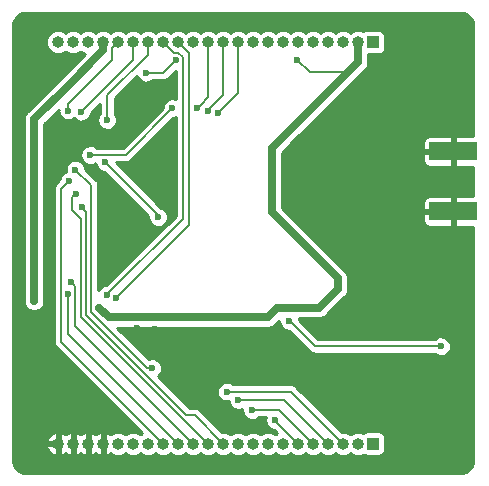
<source format=gbr>
G04 #@! TF.GenerationSoftware,KiCad,Pcbnew,5.99.0-unknown-df3fabf~86~ubuntu18.04.1*
G04 #@! TF.CreationDate,2019-10-31T14:00:15-04:00*
G04 #@! TF.ProjectId,bg96_module_board,62673936-5f6d-46f6-9475-6c655f626f61,rev?*
G04 #@! TF.SameCoordinates,Original*
G04 #@! TF.FileFunction,Copper,L2,Bot*
G04 #@! TF.FilePolarity,Positive*
%FSLAX46Y46*%
G04 Gerber Fmt 4.6, Leading zero omitted, Abs format (unit mm)*
G04 Created by KiCad (PCBNEW 5.99.0-unknown-df3fabf~86~ubuntu18.04.1) date 2019-10-31 14:00:15*
%MOMM*%
%LPD*%
G04 APERTURE LIST*
%ADD10O,1.000000X1.000000*%
%ADD11R,1.000000X1.000000*%
%ADD12R,4.064000X1.524000*%
%ADD13C,0.600000*%
%ADD14C,0.200000*%
%ADD15C,0.700000*%
%ADD16C,0.300000*%
%ADD17C,0.254000*%
G04 APERTURE END LIST*
D10*
X134330000Y-117000000D03*
X135600000Y-117000000D03*
X136870000Y-117000000D03*
X138140000Y-117000000D03*
X139410000Y-117000000D03*
X140680000Y-117000000D03*
X141950000Y-117000000D03*
X143220000Y-117000000D03*
X144490000Y-117000000D03*
X145760000Y-117000000D03*
X147030000Y-117000000D03*
X148300000Y-117000000D03*
X149570000Y-117000000D03*
X150840000Y-117000000D03*
X152110000Y-117000000D03*
X153380000Y-117000000D03*
X154650000Y-117000000D03*
X155920000Y-117000000D03*
X157190000Y-117000000D03*
X158460000Y-117000000D03*
X159730000Y-117000000D03*
D11*
X161000000Y-117000000D03*
D10*
X134330000Y-83000000D03*
X135600000Y-83000000D03*
X136870000Y-83000000D03*
X138140000Y-83000000D03*
X139410000Y-83000000D03*
X140680000Y-83000000D03*
X141950000Y-83000000D03*
X143220000Y-83000000D03*
X144490000Y-83000000D03*
X145760000Y-83000000D03*
X147030000Y-83000000D03*
X148300000Y-83000000D03*
X149570000Y-83000000D03*
X150840000Y-83000000D03*
X152110000Y-83000000D03*
X153380000Y-83000000D03*
X154650000Y-83000000D03*
X155920000Y-83000000D03*
X157190000Y-83000000D03*
X158460000Y-83000000D03*
X159730000Y-83000000D03*
D11*
X161000000Y-83000000D03*
D12*
X167800000Y-97340000D03*
X167800000Y-92260000D03*
D13*
X142800000Y-97800000D03*
X143500000Y-92800000D03*
X140500000Y-99000000D03*
X156000000Y-91500000D03*
X131000000Y-89000000D03*
X131000000Y-85500000D03*
X135000000Y-81000000D03*
X166500000Y-81000000D03*
X160000000Y-81000000D03*
X153500000Y-81000000D03*
X147000000Y-81000000D03*
X141000000Y-81000000D03*
X131500000Y-81500000D03*
X139000000Y-119000000D03*
X137500000Y-119000000D03*
X136000000Y-119000000D03*
X134500000Y-119000000D03*
X134000000Y-115500000D03*
X136000000Y-115500000D03*
X138500000Y-115500000D03*
X160000000Y-102500000D03*
X157500000Y-107500000D03*
X152500000Y-107500000D03*
X150000000Y-107500000D03*
X147500000Y-107500000D03*
X145000000Y-107500000D03*
X157500000Y-112500000D03*
X157500000Y-110000000D03*
X162500000Y-110000000D03*
X162500000Y-107500000D03*
X165000000Y-107500000D03*
X165000000Y-105000000D03*
X162500000Y-105000000D03*
X160000000Y-100000000D03*
X162500000Y-100000000D03*
X162500000Y-102500000D03*
X165000000Y-102500000D03*
X165000000Y-100000000D03*
X167500000Y-100000000D03*
X167500000Y-102500000D03*
X167500000Y-110000000D03*
X167500000Y-112500000D03*
X162500000Y-112500000D03*
X165000000Y-112500000D03*
X165000000Y-115000000D03*
X162500000Y-115000000D03*
X162500000Y-117500000D03*
X165000000Y-117500000D03*
X167500000Y-117500000D03*
X132500000Y-107500000D03*
X132500000Y-110000000D03*
X132500000Y-115000000D03*
X132500000Y-117500000D03*
X157500000Y-90000000D03*
X160000000Y-87500000D03*
X160000000Y-90000000D03*
X162500000Y-90000000D03*
X162500000Y-87500000D03*
X162500000Y-85000000D03*
X165000000Y-90000000D03*
X165000000Y-87500000D03*
X165000000Y-85000000D03*
X165000000Y-82500000D03*
X167500000Y-90000000D03*
X167500000Y-87500000D03*
X167500000Y-85000000D03*
X167500000Y-82500000D03*
X154500000Y-92600000D03*
X154500000Y-93700000D03*
X164900000Y-93300000D03*
X163400000Y-93300000D03*
X161900000Y-93300000D03*
X160400000Y-93300000D03*
X158900000Y-93300000D03*
X154500000Y-96900000D03*
X154500000Y-95800000D03*
X163100000Y-96300000D03*
X162000000Y-96200000D03*
X160900000Y-96300000D03*
X158700000Y-96300000D03*
X154500000Y-94700000D03*
X165300000Y-92300000D03*
X163800000Y-92300000D03*
X162300000Y-92300000D03*
X160800000Y-92300000D03*
X159300000Y-92300000D03*
X164900000Y-98100000D03*
X166200000Y-99000000D03*
X163700000Y-97700000D03*
X162200000Y-97300000D03*
X160700000Y-97300000D03*
X159100000Y-97700000D03*
X157800000Y-92300000D03*
X157700000Y-97300000D03*
X157500000Y-96300000D03*
X157400000Y-93300000D03*
X141000000Y-107200000D03*
X140400000Y-100800000D03*
X140400000Y-97500000D03*
X137900000Y-94200000D03*
X142500000Y-107300000D03*
X139600000Y-88050000D03*
X138500000Y-89600000D03*
X139200000Y-104700000D03*
X138464673Y-104384860D03*
X144275733Y-84524277D03*
X154600000Y-84500000D03*
X141800000Y-85600010D03*
X147900000Y-89000000D03*
X147000000Y-88800000D03*
X153900000Y-106600000D03*
X137800000Y-105500000D03*
X135400000Y-103300000D03*
X135200000Y-104300000D03*
X166750000Y-108750000D03*
X138300000Y-93150000D03*
X137050000Y-92550000D03*
X158012500Y-103912500D03*
X146100000Y-88600000D03*
X144000000Y-88600000D03*
X142300000Y-110600000D03*
X135800000Y-93800000D03*
X136349976Y-97000000D03*
X135850000Y-95850000D03*
X135250000Y-94750000D03*
X136300000Y-88900000D03*
X135200000Y-88800000D03*
X135323553Y-86523553D03*
X132300000Y-104900000D03*
X148600000Y-112591302D03*
X149600000Y-113300000D03*
X150750000Y-114150000D03*
X152700000Y-115000000D03*
D14*
X138300000Y-93150000D02*
X142800000Y-97650000D01*
X142800000Y-97650000D02*
X142800000Y-97800000D01*
X138500000Y-89175736D02*
X138500000Y-89600000D01*
X141950000Y-84050000D02*
X138500000Y-87500000D01*
X138500000Y-87500000D02*
X138500000Y-89175736D01*
X141950000Y-83000000D02*
X141950000Y-84050000D01*
X139499999Y-104400001D02*
X139200000Y-104700000D01*
X145400000Y-98500000D02*
X139499999Y-104400001D01*
X144490000Y-83000000D02*
X145400000Y-83910000D01*
X144120000Y-83900000D02*
X144500000Y-83900000D01*
X144900001Y-97949532D02*
X138764672Y-104084861D01*
X138764672Y-104084861D02*
X138464673Y-104384860D01*
X144900001Y-84300001D02*
X144900001Y-97949532D01*
X143220000Y-83000000D02*
X144120000Y-83900000D01*
X145400000Y-83910000D02*
X145400000Y-98500000D01*
X144500000Y-83900000D02*
X144900001Y-84300001D01*
X141800000Y-85600010D02*
X143200000Y-85600010D01*
X143200000Y-85600010D02*
X144275733Y-84524277D01*
D15*
X158850000Y-85550000D02*
X159730000Y-84670000D01*
X152400000Y-92000000D02*
X158850000Y-85550000D01*
D14*
X154600000Y-84500000D02*
X155650000Y-85550000D01*
X155650000Y-85550000D02*
X158850000Y-85550000D01*
X143220000Y-83000000D02*
X143220000Y-83020000D01*
X148199999Y-88700001D02*
X147900000Y-89000000D01*
X149570000Y-83000000D02*
X149570000Y-87330000D01*
X149570000Y-87330000D02*
X148199999Y-88700001D01*
X148300000Y-87500000D02*
X147299999Y-88500001D01*
X148300000Y-83000000D02*
X148300000Y-87500000D01*
X147299999Y-88500001D02*
X147000000Y-88800000D01*
D15*
X138600000Y-106300000D02*
X152100000Y-106300000D01*
X137800000Y-105500000D02*
X138600000Y-106300000D01*
X152100000Y-106300000D02*
X152900000Y-105500000D01*
X152900000Y-105500000D02*
X156425000Y-105500000D01*
X156425000Y-105500000D02*
X158012500Y-103912500D01*
D14*
X166750000Y-108750000D02*
X156050000Y-108750000D01*
X154199999Y-106899999D02*
X153900000Y-106600000D01*
X156050000Y-108750000D02*
X154199999Y-106899999D01*
X147030000Y-117000000D02*
X136299978Y-106269978D01*
X145900000Y-114600000D02*
X145200000Y-114600000D01*
X135800000Y-93800000D02*
X137100000Y-95100000D01*
X136299978Y-106269978D02*
X136299978Y-97938006D01*
X136649975Y-97299999D02*
X136349976Y-97000000D01*
X136299978Y-97938006D02*
X135550001Y-97188029D01*
X135550001Y-97188029D02*
X135550001Y-96149999D01*
X135550001Y-96149999D02*
X135850000Y-95850000D01*
X136699989Y-97350013D02*
X136649975Y-97299999D01*
X136699989Y-106099989D02*
X136699989Y-97350013D01*
X145200000Y-114600000D02*
X136699989Y-106099989D01*
X137100000Y-95100000D02*
X137100000Y-105824264D01*
X137100000Y-105824264D02*
X141875736Y-110600000D01*
X148300000Y-117000000D02*
X145900000Y-114600000D01*
X141875736Y-110600000D02*
X142300000Y-110600000D01*
X145760000Y-117000000D02*
X135800000Y-107040000D01*
X135699999Y-103599999D02*
X135400000Y-103300000D01*
X135800000Y-107040000D02*
X135800000Y-103700000D01*
X135800000Y-103700000D02*
X135699999Y-103599999D01*
X144490000Y-117000000D02*
X135200000Y-107710000D01*
X135200000Y-107710000D02*
X135200000Y-104724264D01*
X135200000Y-104724264D02*
X135200000Y-104300000D01*
X134600000Y-95400000D02*
X134600000Y-108380000D01*
X135250000Y-94750000D02*
X134600000Y-95400000D01*
X134600000Y-108380000D02*
X142720001Y-116500001D01*
X142720001Y-116500001D02*
X143220000Y-117000000D01*
X140050000Y-92550000D02*
X137050000Y-92550000D01*
X144000000Y-88600000D02*
X140050000Y-92550000D01*
D15*
X158012500Y-103012500D02*
X152400000Y-97400000D01*
X158012500Y-103912500D02*
X158012500Y-103012500D01*
X152400000Y-97400000D02*
X152400000Y-92000000D01*
X159730000Y-84670000D02*
X159730000Y-83000000D01*
D14*
X147030000Y-83000000D02*
X147030000Y-87670000D01*
X146399999Y-88300001D02*
X146100000Y-88600000D01*
X147030000Y-87670000D02*
X146399999Y-88300001D01*
X140680000Y-84520000D02*
X136300000Y-88900000D01*
X140680000Y-83000000D02*
X140680000Y-84520000D01*
X135200000Y-88200000D02*
X135200000Y-88800000D01*
X138910001Y-84489999D02*
X135200000Y-88200000D01*
X139410000Y-83000000D02*
X138910001Y-83499999D01*
X138910001Y-83499999D02*
X138910001Y-84489999D01*
D15*
X132300000Y-89547106D02*
X135073553Y-86773553D01*
X135073553Y-86773553D02*
X138140000Y-83707106D01*
D16*
X135073553Y-86773553D02*
X135323553Y-86523553D01*
D15*
X132300000Y-104900000D02*
X132300000Y-89547106D01*
X138140000Y-83707106D02*
X138140000Y-83000000D01*
D14*
X148600000Y-112591302D02*
X154051302Y-112591302D01*
X154051302Y-112591302D02*
X158460000Y-117000000D01*
X149600000Y-113300000D02*
X153490000Y-113300000D01*
X153490000Y-113300000D02*
X157190000Y-117000000D01*
X155920000Y-117000000D02*
X153070000Y-114150000D01*
X153070000Y-114150000D02*
X151174264Y-114150000D01*
X151174264Y-114150000D02*
X150750000Y-114150000D01*
X154650000Y-117000000D02*
X152700000Y-115050000D01*
X152700000Y-115050000D02*
X152700000Y-115000000D01*
G36*
X168446608Y-80528388D02*
G01*
X168657969Y-80545765D01*
X168811703Y-80584380D01*
X168957064Y-80647585D01*
X168991989Y-80670179D01*
X169329111Y-81007301D01*
X169382222Y-81103511D01*
X169435134Y-81252930D01*
X169464565Y-81418151D01*
X169470071Y-81534917D01*
X169474001Y-81553894D01*
X169474001Y-90964164D01*
X167928000Y-90964164D01*
X167928000Y-93555836D01*
X169474001Y-93555836D01*
X169474001Y-96044164D01*
X167928000Y-96044164D01*
X167928000Y-98635836D01*
X169474001Y-98635836D01*
X169474000Y-118436812D01*
X169471612Y-118446607D01*
X169454235Y-118657969D01*
X169415619Y-118811708D01*
X169352417Y-118957061D01*
X169329821Y-118991989D01*
X168992700Y-119329110D01*
X168896490Y-119382221D01*
X168747068Y-119435134D01*
X168581847Y-119464565D01*
X168465083Y-119470071D01*
X168446110Y-119474000D01*
X131563188Y-119474000D01*
X131553393Y-119471612D01*
X131342031Y-119454235D01*
X131188292Y-119415619D01*
X131042939Y-119352417D01*
X131008011Y-119329821D01*
X130670890Y-118992700D01*
X130617779Y-118896490D01*
X130564866Y-118747068D01*
X130535435Y-118581847D01*
X130529929Y-118465083D01*
X130526000Y-118446110D01*
X130526000Y-117128000D01*
X133308283Y-117128000D01*
X133348842Y-117318799D01*
X133436564Y-117515825D01*
X133563334Y-117690309D01*
X133723611Y-117834624D01*
X133910390Y-117942460D01*
X134202000Y-118037211D01*
X134202000Y-117128000D01*
X133308283Y-117128000D01*
X130526000Y-117128000D01*
X130526000Y-116872000D01*
X133308283Y-116872000D01*
X134202000Y-116872000D01*
X134202000Y-115962789D01*
X134458000Y-115962789D01*
X134458000Y-118037211D01*
X134749610Y-117942460D01*
X134936389Y-117834624D01*
X134965000Y-117808862D01*
X134993611Y-117834624D01*
X135180390Y-117942460D01*
X135472000Y-118037211D01*
X135472000Y-115962789D01*
X135728000Y-115962789D01*
X135728000Y-118037211D01*
X136019610Y-117942460D01*
X136206389Y-117834624D01*
X136235000Y-117808862D01*
X136263611Y-117834624D01*
X136450390Y-117942460D01*
X136742000Y-118037211D01*
X136742000Y-115962789D01*
X136998000Y-115962789D01*
X136998000Y-118037211D01*
X137289610Y-117942460D01*
X137476389Y-117834624D01*
X137505000Y-117808862D01*
X137533611Y-117834624D01*
X137720390Y-117942460D01*
X138012000Y-118037211D01*
X138012000Y-115962789D01*
X137720390Y-116057540D01*
X137533611Y-116165376D01*
X137505000Y-116191138D01*
X137476389Y-116165376D01*
X137289610Y-116057540D01*
X136998000Y-115962789D01*
X136742000Y-115962789D01*
X136450390Y-116057540D01*
X136263611Y-116165376D01*
X136235000Y-116191138D01*
X136206389Y-116165376D01*
X136019610Y-116057540D01*
X135728000Y-115962789D01*
X135472000Y-115962789D01*
X135180390Y-116057540D01*
X134993611Y-116165376D01*
X134965000Y-116191138D01*
X134936389Y-116165376D01*
X134749610Y-116057540D01*
X134458000Y-115962789D01*
X134202000Y-115962789D01*
X133910390Y-116057540D01*
X133723611Y-116165376D01*
X133563334Y-116309691D01*
X133436564Y-116484174D01*
X133348842Y-116681201D01*
X133308283Y-116872000D01*
X130526000Y-116872000D01*
X130526000Y-89607300D01*
X131417052Y-89607300D01*
X131424001Y-89639853D01*
X131424000Y-104962827D01*
X131450575Y-105148389D01*
X131554432Y-105376810D01*
X131718224Y-105566902D01*
X131928786Y-105703381D01*
X132169189Y-105775276D01*
X132420107Y-105776810D01*
X132661371Y-105707856D01*
X132873583Y-105573960D01*
X133039687Y-105385884D01*
X133146495Y-105158393D01*
X133176000Y-104960966D01*
X133176000Y-89909955D01*
X134378249Y-88707706D01*
X134364710Y-88792710D01*
X134399492Y-89038642D01*
X134505051Y-89263474D01*
X134672052Y-89447328D01*
X134885732Y-89573950D01*
X135127197Y-89632143D01*
X135375099Y-89616764D01*
X135607520Y-89529171D01*
X135694433Y-89461876D01*
X135772052Y-89547328D01*
X135985732Y-89673950D01*
X136227197Y-89732143D01*
X136475099Y-89716764D01*
X136707520Y-89629171D01*
X136903911Y-89477109D01*
X137046907Y-89274022D01*
X137124023Y-89037386D01*
X137124693Y-88960603D01*
X137874000Y-88211296D01*
X137874001Y-89059882D01*
X137813244Y-89124469D01*
X137703779Y-89347424D01*
X137664710Y-89592710D01*
X137699492Y-89838642D01*
X137805051Y-90063474D01*
X137972052Y-90247328D01*
X138185732Y-90373950D01*
X138427197Y-90432143D01*
X138675099Y-90416764D01*
X138907520Y-90329171D01*
X139103911Y-90177109D01*
X139246907Y-89974022D01*
X139324022Y-89737386D01*
X139326295Y-89477016D01*
X139253321Y-89239069D01*
X139126000Y-89051372D01*
X139126000Y-87759296D01*
X141014557Y-85870739D01*
X141105051Y-86063484D01*
X141272052Y-86247338D01*
X141485732Y-86373960D01*
X141727197Y-86432153D01*
X141975099Y-86416774D01*
X142207520Y-86329181D01*
X142340768Y-86226010D01*
X143172682Y-86226010D01*
X143255401Y-86233248D01*
X143335620Y-86211754D01*
X143417407Y-86197332D01*
X143441628Y-86183348D01*
X143468640Y-86176110D01*
X143536660Y-86128481D01*
X143608592Y-86086952D01*
X143661980Y-86023327D01*
X144274001Y-85411307D01*
X144274001Y-87820027D01*
X144189327Y-87786417D01*
X143941731Y-87766712D01*
X143699287Y-87820684D01*
X143483430Y-87943556D01*
X143313245Y-88124469D01*
X143203779Y-88347424D01*
X143172802Y-88541902D01*
X139790704Y-91924000D01*
X137589731Y-91924000D01*
X137470184Y-91828053D01*
X137239327Y-91736417D01*
X136991731Y-91716712D01*
X136749287Y-91770684D01*
X136533430Y-91893556D01*
X136363245Y-92074469D01*
X136253779Y-92297424D01*
X136214710Y-92542710D01*
X136249492Y-92788642D01*
X136355051Y-93013474D01*
X136522052Y-93197328D01*
X136735732Y-93323950D01*
X136977197Y-93382143D01*
X137225099Y-93366764D01*
X137457520Y-93279171D01*
X137481395Y-93260685D01*
X137499492Y-93388642D01*
X137605051Y-93613474D01*
X137772052Y-93797328D01*
X137985732Y-93923950D01*
X138227196Y-93982143D01*
X138245699Y-93980995D01*
X141977447Y-97712744D01*
X141964710Y-97792710D01*
X141999492Y-98038642D01*
X142105051Y-98263474D01*
X142272052Y-98447328D01*
X142485732Y-98573950D01*
X142727197Y-98632143D01*
X142975099Y-98616764D01*
X143207520Y-98529171D01*
X143403911Y-98377109D01*
X143546907Y-98174022D01*
X143624022Y-97937386D01*
X143626295Y-97677016D01*
X143553321Y-97439069D01*
X143413890Y-97233519D01*
X143220184Y-97078053D01*
X143043031Y-97007734D01*
X139211296Y-93176000D01*
X140022682Y-93176000D01*
X140105401Y-93183238D01*
X140185620Y-93161744D01*
X140267407Y-93147322D01*
X140291628Y-93133338D01*
X140318640Y-93126100D01*
X140386660Y-93078471D01*
X140458592Y-93036942D01*
X140511985Y-92973311D01*
X144061484Y-89423812D01*
X144175099Y-89416764D01*
X144274001Y-89379491D01*
X144274002Y-97690234D01*
X138412203Y-103552034D01*
X138406404Y-103551572D01*
X138163960Y-103605544D01*
X137948103Y-103728416D01*
X137777918Y-103909329D01*
X137726000Y-104015073D01*
X137726000Y-95127318D01*
X137733238Y-95044600D01*
X137711744Y-94964380D01*
X137697322Y-94882592D01*
X137683338Y-94858372D01*
X137676101Y-94831360D01*
X137628468Y-94763333D01*
X137586941Y-94691407D01*
X137523313Y-94638017D01*
X136625741Y-93740445D01*
X136626295Y-93677016D01*
X136553321Y-93439069D01*
X136413890Y-93233519D01*
X136220184Y-93078053D01*
X135989327Y-92986417D01*
X135741731Y-92966712D01*
X135499287Y-93020684D01*
X135283430Y-93143556D01*
X135113245Y-93324469D01*
X135003779Y-93547424D01*
X134964710Y-93792710D01*
X134988642Y-93961923D01*
X134949286Y-93970684D01*
X134733430Y-94093556D01*
X134563245Y-94274469D01*
X134453779Y-94497424D01*
X134422802Y-94691902D01*
X134176688Y-94938016D01*
X134113058Y-94991407D01*
X134071529Y-95063338D01*
X134023899Y-95131361D01*
X134016662Y-95158373D01*
X134002678Y-95182593D01*
X133988256Y-95264384D01*
X133966762Y-95344599D01*
X133974000Y-95427333D01*
X133974001Y-108352670D01*
X133966762Y-108435401D01*
X133988259Y-108515631D01*
X134002679Y-108597407D01*
X134016661Y-108621625D01*
X134023900Y-108648640D01*
X134071533Y-108716666D01*
X134113059Y-108788593D01*
X134176685Y-108841981D01*
X141442809Y-116108105D01*
X141343611Y-116165376D01*
X141315000Y-116191138D01*
X141286389Y-116165376D01*
X141099610Y-116057540D01*
X140894492Y-115990893D01*
X140733767Y-115974000D01*
X140626233Y-115974000D01*
X140465508Y-115990893D01*
X140260390Y-116057540D01*
X140073611Y-116165376D01*
X140045000Y-116191138D01*
X140016389Y-116165376D01*
X139829610Y-116057540D01*
X139624492Y-115990893D01*
X139463767Y-115974000D01*
X139356233Y-115974000D01*
X139195508Y-115990893D01*
X138990390Y-116057540D01*
X138803611Y-116165376D01*
X138775000Y-116191138D01*
X138746389Y-116165376D01*
X138559610Y-116057540D01*
X138268000Y-115962789D01*
X138268000Y-118037211D01*
X138559610Y-117942460D01*
X138746389Y-117834624D01*
X138775000Y-117808862D01*
X138803611Y-117834624D01*
X138990390Y-117942460D01*
X139195508Y-118009107D01*
X139356233Y-118026000D01*
X139463767Y-118026000D01*
X139624492Y-118009107D01*
X139829610Y-117942460D01*
X140016389Y-117834624D01*
X140045000Y-117808862D01*
X140073611Y-117834624D01*
X140260390Y-117942460D01*
X140465508Y-118009107D01*
X140626233Y-118026000D01*
X140733767Y-118026000D01*
X140894492Y-118009107D01*
X141099610Y-117942460D01*
X141286389Y-117834624D01*
X141315000Y-117808862D01*
X141343611Y-117834624D01*
X141530390Y-117942460D01*
X141735508Y-118009107D01*
X141896233Y-118026000D01*
X142003767Y-118026000D01*
X142164492Y-118009107D01*
X142369610Y-117942460D01*
X142556389Y-117834624D01*
X142585000Y-117808862D01*
X142613611Y-117834624D01*
X142800390Y-117942460D01*
X143005508Y-118009107D01*
X143166233Y-118026000D01*
X143273767Y-118026000D01*
X143434492Y-118009107D01*
X143639610Y-117942460D01*
X143826389Y-117834624D01*
X143855000Y-117808862D01*
X143883611Y-117834624D01*
X144070390Y-117942460D01*
X144275508Y-118009107D01*
X144436233Y-118026000D01*
X144543767Y-118026000D01*
X144704492Y-118009107D01*
X144909610Y-117942460D01*
X145096389Y-117834624D01*
X145125000Y-117808862D01*
X145153611Y-117834624D01*
X145340390Y-117942460D01*
X145545508Y-118009107D01*
X145706233Y-118026000D01*
X145813767Y-118026000D01*
X145974492Y-118009107D01*
X146179610Y-117942460D01*
X146366389Y-117834624D01*
X146395000Y-117808862D01*
X146423611Y-117834624D01*
X146610390Y-117942460D01*
X146815508Y-118009107D01*
X146976233Y-118026000D01*
X147083767Y-118026000D01*
X147244492Y-118009107D01*
X147449610Y-117942460D01*
X147636389Y-117834624D01*
X147665000Y-117808862D01*
X147693611Y-117834624D01*
X147880390Y-117942460D01*
X148085508Y-118009107D01*
X148246233Y-118026000D01*
X148353767Y-118026000D01*
X148514492Y-118009107D01*
X148719610Y-117942460D01*
X148906389Y-117834624D01*
X148935000Y-117808862D01*
X148963611Y-117834624D01*
X149150390Y-117942460D01*
X149355508Y-118009107D01*
X149516233Y-118026000D01*
X149623767Y-118026000D01*
X149784492Y-118009107D01*
X149989610Y-117942460D01*
X150176389Y-117834624D01*
X150205000Y-117808862D01*
X150233611Y-117834624D01*
X150420390Y-117942460D01*
X150625508Y-118009107D01*
X150786233Y-118026000D01*
X150893767Y-118026000D01*
X151054492Y-118009107D01*
X151259610Y-117942460D01*
X151446389Y-117834624D01*
X151475000Y-117808862D01*
X151503611Y-117834624D01*
X151690390Y-117942460D01*
X151895508Y-118009107D01*
X152056233Y-118026000D01*
X152163767Y-118026000D01*
X152324492Y-118009107D01*
X152529610Y-117942460D01*
X152716389Y-117834624D01*
X152745000Y-117808862D01*
X152773611Y-117834624D01*
X152960390Y-117942460D01*
X153165508Y-118009107D01*
X153326233Y-118026000D01*
X153433767Y-118026000D01*
X153594492Y-118009107D01*
X153799610Y-117942460D01*
X153986389Y-117834624D01*
X154015000Y-117808862D01*
X154043611Y-117834624D01*
X154230390Y-117942460D01*
X154435508Y-118009107D01*
X154596233Y-118026000D01*
X154703767Y-118026000D01*
X154864492Y-118009107D01*
X155069610Y-117942460D01*
X155256389Y-117834624D01*
X155285000Y-117808862D01*
X155313611Y-117834624D01*
X155500390Y-117942460D01*
X155705508Y-118009107D01*
X155866233Y-118026000D01*
X155973767Y-118026000D01*
X156134492Y-118009107D01*
X156339610Y-117942460D01*
X156526389Y-117834624D01*
X156555000Y-117808862D01*
X156583611Y-117834624D01*
X156770390Y-117942460D01*
X156975508Y-118009107D01*
X157136233Y-118026000D01*
X157243767Y-118026000D01*
X157404492Y-118009107D01*
X157609610Y-117942460D01*
X157796389Y-117834624D01*
X157825000Y-117808862D01*
X157853611Y-117834624D01*
X158040390Y-117942460D01*
X158245508Y-118009107D01*
X158406233Y-118026000D01*
X158513767Y-118026000D01*
X158674492Y-118009107D01*
X158879610Y-117942460D01*
X159066389Y-117834624D01*
X159095000Y-117808862D01*
X159123611Y-117834624D01*
X159310390Y-117942460D01*
X159515508Y-118009107D01*
X159676233Y-118026000D01*
X159783767Y-118026000D01*
X159944492Y-118009107D01*
X160149610Y-117942460D01*
X160184911Y-117922079D01*
X160294765Y-117995480D01*
X160487590Y-118033836D01*
X161512410Y-118033836D01*
X161705235Y-117995480D01*
X161879225Y-117879225D01*
X161995480Y-117705235D01*
X162033836Y-117512410D01*
X162033836Y-116487590D01*
X161995480Y-116294765D01*
X161879225Y-116120775D01*
X161705235Y-116004520D01*
X161512410Y-115966164D01*
X160487590Y-115966164D01*
X160294765Y-116004520D01*
X160184911Y-116077921D01*
X160149610Y-116057540D01*
X159944492Y-115990893D01*
X159783767Y-115974000D01*
X159676233Y-115974000D01*
X159515508Y-115990893D01*
X159310390Y-116057540D01*
X159123611Y-116165376D01*
X159095000Y-116191138D01*
X159066389Y-116165376D01*
X158879610Y-116057540D01*
X158674492Y-115990893D01*
X158513767Y-115974000D01*
X158406233Y-115974000D01*
X158327565Y-115982268D01*
X154513286Y-112167990D01*
X154459895Y-112104360D01*
X154387962Y-112062830D01*
X154319942Y-112015202D01*
X154292930Y-112007964D01*
X154268709Y-111993980D01*
X154186922Y-111979558D01*
X154106703Y-111958064D01*
X154023969Y-111965302D01*
X149139731Y-111965302D01*
X149020184Y-111869355D01*
X148789327Y-111777719D01*
X148541731Y-111758014D01*
X148299287Y-111811986D01*
X148083430Y-111934858D01*
X147913245Y-112115771D01*
X147803779Y-112338726D01*
X147764710Y-112584012D01*
X147799492Y-112829944D01*
X147905051Y-113054776D01*
X148072052Y-113238630D01*
X148285732Y-113365252D01*
X148527197Y-113423445D01*
X148775099Y-113408066D01*
X148780725Y-113405946D01*
X148799492Y-113538642D01*
X148905051Y-113763474D01*
X149072052Y-113947328D01*
X149285732Y-114073950D01*
X149527197Y-114132143D01*
X149775099Y-114116764D01*
X149928022Y-114059131D01*
X149914710Y-114142710D01*
X149949492Y-114388642D01*
X150055051Y-114613474D01*
X150222052Y-114797328D01*
X150435732Y-114923950D01*
X150677197Y-114982143D01*
X150925099Y-114966764D01*
X151157520Y-114879171D01*
X151290768Y-114776000D01*
X151899227Y-114776000D01*
X151864710Y-114992710D01*
X151899492Y-115238642D01*
X152005051Y-115463474D01*
X152172052Y-115647328D01*
X152385732Y-115773950D01*
X152587209Y-115822506D01*
X152872808Y-116108105D01*
X152773611Y-116165376D01*
X152745000Y-116191138D01*
X152716389Y-116165376D01*
X152529610Y-116057540D01*
X152324492Y-115990893D01*
X152163767Y-115974000D01*
X152056233Y-115974000D01*
X151895508Y-115990893D01*
X151690390Y-116057540D01*
X151503611Y-116165376D01*
X151475000Y-116191138D01*
X151446389Y-116165376D01*
X151259610Y-116057540D01*
X151054492Y-115990893D01*
X150893767Y-115974000D01*
X150786233Y-115974000D01*
X150625508Y-115990893D01*
X150420390Y-116057540D01*
X150233611Y-116165376D01*
X150205000Y-116191138D01*
X150176389Y-116165376D01*
X149989610Y-116057540D01*
X149784492Y-115990893D01*
X149623767Y-115974000D01*
X149516233Y-115974000D01*
X149355508Y-115990893D01*
X149150390Y-116057540D01*
X148963611Y-116165376D01*
X148935000Y-116191138D01*
X148906389Y-116165376D01*
X148719610Y-116057540D01*
X148514492Y-115990893D01*
X148353767Y-115974000D01*
X148246233Y-115974000D01*
X148167564Y-115982268D01*
X146361984Y-114176688D01*
X146308593Y-114113058D01*
X146236660Y-114071528D01*
X146168640Y-114023900D01*
X146141628Y-114016662D01*
X146117407Y-114002678D01*
X146035620Y-113988256D01*
X145955401Y-113966762D01*
X145872667Y-113974000D01*
X145459297Y-113974000D01*
X142767797Y-111282500D01*
X142903911Y-111177109D01*
X143046907Y-110974022D01*
X143124022Y-110737386D01*
X143126295Y-110477016D01*
X143053321Y-110239069D01*
X142913890Y-110033519D01*
X142720184Y-109878053D01*
X142489327Y-109786417D01*
X142241731Y-109766712D01*
X141999286Y-109820684D01*
X141988089Y-109827057D01*
X139337032Y-107176000D01*
X152001860Y-107176000D01*
X152029024Y-107182147D01*
X152128094Y-107176000D01*
X152162829Y-107176000D01*
X152189377Y-107172198D01*
X152279466Y-107166609D01*
X152313043Y-107154487D01*
X152348389Y-107149425D01*
X152430574Y-107112059D01*
X152515851Y-107081273D01*
X152543851Y-107060554D01*
X152576811Y-107045568D01*
X152654087Y-106978982D01*
X152676315Y-106962535D01*
X152695863Y-106942986D01*
X152766902Y-106881775D01*
X152785005Y-106853845D01*
X153068228Y-106570622D01*
X153064710Y-106592710D01*
X153099492Y-106838642D01*
X153205051Y-107063474D01*
X153372052Y-107247328D01*
X153585732Y-107373950D01*
X153827196Y-107432143D01*
X153845699Y-107430995D01*
X155588021Y-109173318D01*
X155641407Y-109236942D01*
X155713333Y-109278468D01*
X155781360Y-109326101D01*
X155808372Y-109333338D01*
X155832592Y-109347322D01*
X155914380Y-109361744D01*
X155994599Y-109383238D01*
X156077333Y-109376000D01*
X166202679Y-109376000D01*
X166222052Y-109397328D01*
X166435732Y-109523950D01*
X166677197Y-109582143D01*
X166925099Y-109566764D01*
X167157520Y-109479171D01*
X167353911Y-109327109D01*
X167496907Y-109124022D01*
X167574022Y-108887386D01*
X167576295Y-108627016D01*
X167503321Y-108389069D01*
X167363890Y-108183519D01*
X167170184Y-108028053D01*
X166939327Y-107936417D01*
X166691731Y-107916712D01*
X166449287Y-107970684D01*
X166233430Y-108093556D01*
X166204791Y-108124000D01*
X156309297Y-108124000D01*
X154725741Y-106540445D01*
X154726295Y-106477016D01*
X154695315Y-106376000D01*
X156326860Y-106376000D01*
X156354024Y-106382147D01*
X156453094Y-106376000D01*
X156487829Y-106376000D01*
X156514377Y-106372198D01*
X156604466Y-106366609D01*
X156638043Y-106354487D01*
X156673389Y-106349425D01*
X156755574Y-106312059D01*
X156840851Y-106281273D01*
X156868851Y-106260554D01*
X156901811Y-106245568D01*
X156979087Y-106178982D01*
X157001315Y-106162535D01*
X157020863Y-106142986D01*
X157091902Y-106081775D01*
X157110007Y-106053842D01*
X158562528Y-104601322D01*
X158586083Y-104586460D01*
X158651799Y-104512051D01*
X158676352Y-104487499D01*
X158692432Y-104466042D01*
X158752187Y-104398384D01*
X158767360Y-104366067D01*
X158788772Y-104337497D01*
X158820455Y-104252979D01*
X158858995Y-104170893D01*
X158864143Y-104136442D01*
X158876852Y-104102541D01*
X158884410Y-104000831D01*
X158888500Y-103973465D01*
X158888500Y-103945808D01*
X158895448Y-103852307D01*
X158888500Y-103819758D01*
X158888500Y-103110640D01*
X158894647Y-103083476D01*
X158888500Y-102984406D01*
X158888500Y-102949674D01*
X158884699Y-102923124D01*
X158879109Y-102833033D01*
X158866987Y-102799454D01*
X158861925Y-102764110D01*
X158824561Y-102681931D01*
X158793773Y-102596650D01*
X158773054Y-102568650D01*
X158758068Y-102535689D01*
X158691489Y-102458419D01*
X158675035Y-102436184D01*
X158655480Y-102416630D01*
X158594275Y-102345598D01*
X158566345Y-102327495D01*
X153706850Y-97468000D01*
X165234164Y-97468000D01*
X165234164Y-98114410D01*
X165272520Y-98307235D01*
X165388775Y-98481225D01*
X165562765Y-98597480D01*
X165755590Y-98635836D01*
X167672000Y-98635836D01*
X167672000Y-97468000D01*
X165234164Y-97468000D01*
X153706850Y-97468000D01*
X153276000Y-97037151D01*
X153276000Y-96565590D01*
X165234164Y-96565590D01*
X165234164Y-97212000D01*
X167672000Y-97212000D01*
X167672000Y-96044164D01*
X165755590Y-96044164D01*
X165562765Y-96082520D01*
X165388775Y-96198775D01*
X165272520Y-96372765D01*
X165234164Y-96565590D01*
X153276000Y-96565590D01*
X153276000Y-92388000D01*
X165234164Y-92388000D01*
X165234164Y-93034410D01*
X165272520Y-93227235D01*
X165388775Y-93401225D01*
X165562765Y-93517480D01*
X165755590Y-93555836D01*
X167672000Y-93555836D01*
X167672000Y-92388000D01*
X165234164Y-92388000D01*
X153276000Y-92388000D01*
X153276000Y-92362849D01*
X154153259Y-91485590D01*
X165234164Y-91485590D01*
X165234164Y-92132000D01*
X167672000Y-92132000D01*
X167672000Y-90964164D01*
X165755590Y-90964164D01*
X165562765Y-91002520D01*
X165388775Y-91118775D01*
X165272520Y-91292765D01*
X165234164Y-91485590D01*
X154153259Y-91485590D01*
X159513835Y-86125017D01*
X159513841Y-86125009D01*
X160280030Y-85358821D01*
X160303583Y-85343960D01*
X160369300Y-85269550D01*
X160393852Y-85244999D01*
X160409932Y-85223542D01*
X160469687Y-85155884D01*
X160484860Y-85123567D01*
X160506272Y-85094997D01*
X160537955Y-85010479D01*
X160576495Y-84928393D01*
X160581643Y-84893942D01*
X160594352Y-84860041D01*
X160601910Y-84758331D01*
X160606000Y-84730965D01*
X160606000Y-84703308D01*
X160612948Y-84609807D01*
X160606000Y-84577258D01*
X160606000Y-84033836D01*
X161512410Y-84033836D01*
X161705235Y-83995480D01*
X161879225Y-83879225D01*
X161995480Y-83705235D01*
X162033836Y-83512410D01*
X162033836Y-82487590D01*
X161995480Y-82294765D01*
X161879225Y-82120775D01*
X161705235Y-82004520D01*
X161512410Y-81966164D01*
X160487590Y-81966164D01*
X160294765Y-82004520D01*
X160184911Y-82077921D01*
X160149610Y-82057540D01*
X159944492Y-81990893D01*
X159783767Y-81974000D01*
X159676233Y-81974000D01*
X159515508Y-81990893D01*
X159310390Y-82057540D01*
X159123611Y-82165376D01*
X159095000Y-82191138D01*
X159066389Y-82165376D01*
X158879610Y-82057540D01*
X158674492Y-81990893D01*
X158513767Y-81974000D01*
X158406233Y-81974000D01*
X158245508Y-81990893D01*
X158040390Y-82057540D01*
X157853611Y-82165376D01*
X157825000Y-82191138D01*
X157796389Y-82165376D01*
X157609610Y-82057540D01*
X157404492Y-81990893D01*
X157243767Y-81974000D01*
X157136233Y-81974000D01*
X156975508Y-81990893D01*
X156770390Y-82057540D01*
X156583611Y-82165376D01*
X156555000Y-82191138D01*
X156526389Y-82165376D01*
X156339610Y-82057540D01*
X156134492Y-81990893D01*
X155973767Y-81974000D01*
X155866233Y-81974000D01*
X155705508Y-81990893D01*
X155500390Y-82057540D01*
X155313611Y-82165376D01*
X155285000Y-82191138D01*
X155256389Y-82165376D01*
X155069610Y-82057540D01*
X154864492Y-81990893D01*
X154703767Y-81974000D01*
X154596233Y-81974000D01*
X154435508Y-81990893D01*
X154230390Y-82057540D01*
X154043611Y-82165376D01*
X154015000Y-82191138D01*
X153986389Y-82165376D01*
X153799610Y-82057540D01*
X153594492Y-81990893D01*
X153433767Y-81974000D01*
X153326233Y-81974000D01*
X153165508Y-81990893D01*
X152960390Y-82057540D01*
X152773611Y-82165376D01*
X152745000Y-82191138D01*
X152716389Y-82165376D01*
X152529610Y-82057540D01*
X152324492Y-81990893D01*
X152163767Y-81974000D01*
X152056233Y-81974000D01*
X151895508Y-81990893D01*
X151690390Y-82057540D01*
X151503611Y-82165376D01*
X151475000Y-82191138D01*
X151446389Y-82165376D01*
X151259610Y-82057540D01*
X151054492Y-81990893D01*
X150893767Y-81974000D01*
X150786233Y-81974000D01*
X150625508Y-81990893D01*
X150420390Y-82057540D01*
X150233611Y-82165376D01*
X150205000Y-82191138D01*
X150176389Y-82165376D01*
X149989610Y-82057540D01*
X149784492Y-81990893D01*
X149623767Y-81974000D01*
X149516233Y-81974000D01*
X149355508Y-81990893D01*
X149150390Y-82057540D01*
X148963611Y-82165376D01*
X148935000Y-82191138D01*
X148906389Y-82165376D01*
X148719610Y-82057540D01*
X148514492Y-81990893D01*
X148353767Y-81974000D01*
X148246233Y-81974000D01*
X148085508Y-81990893D01*
X147880390Y-82057540D01*
X147693611Y-82165376D01*
X147665000Y-82191138D01*
X147636389Y-82165376D01*
X147449610Y-82057540D01*
X147244492Y-81990893D01*
X147083767Y-81974000D01*
X146976233Y-81974000D01*
X146815508Y-81990893D01*
X146610390Y-82057540D01*
X146423611Y-82165376D01*
X146395000Y-82191138D01*
X146366389Y-82165376D01*
X146179610Y-82057540D01*
X145974492Y-81990893D01*
X145813767Y-81974000D01*
X145706233Y-81974000D01*
X145545508Y-81990893D01*
X145340390Y-82057540D01*
X145153611Y-82165376D01*
X145125000Y-82191138D01*
X145096389Y-82165376D01*
X144909610Y-82057540D01*
X144704492Y-81990893D01*
X144543767Y-81974000D01*
X144436233Y-81974000D01*
X144275508Y-81990893D01*
X144070390Y-82057540D01*
X143883611Y-82165376D01*
X143855000Y-82191138D01*
X143826389Y-82165376D01*
X143639610Y-82057540D01*
X143434492Y-81990893D01*
X143273767Y-81974000D01*
X143166233Y-81974000D01*
X143005508Y-81990893D01*
X142800390Y-82057540D01*
X142613611Y-82165376D01*
X142585000Y-82191138D01*
X142556389Y-82165376D01*
X142369610Y-82057540D01*
X142164492Y-81990893D01*
X142003767Y-81974000D01*
X141896233Y-81974000D01*
X141735508Y-81990893D01*
X141530390Y-82057540D01*
X141343611Y-82165376D01*
X141315000Y-82191138D01*
X141286389Y-82165376D01*
X141099610Y-82057540D01*
X140894492Y-81990893D01*
X140733767Y-81974000D01*
X140626233Y-81974000D01*
X140465508Y-81990893D01*
X140260390Y-82057540D01*
X140073611Y-82165376D01*
X140045000Y-82191138D01*
X140016389Y-82165376D01*
X139829610Y-82057540D01*
X139624492Y-81990893D01*
X139463767Y-81974000D01*
X139356233Y-81974000D01*
X139195508Y-81990893D01*
X138990390Y-82057540D01*
X138803611Y-82165376D01*
X138775000Y-82191138D01*
X138746389Y-82165376D01*
X138559610Y-82057540D01*
X138354492Y-81990893D01*
X138193767Y-81974000D01*
X138086233Y-81974000D01*
X137925508Y-81990893D01*
X137720390Y-82057540D01*
X137533611Y-82165376D01*
X137505000Y-82191138D01*
X137476389Y-82165376D01*
X137289610Y-82057540D01*
X137084492Y-81990893D01*
X136923767Y-81974000D01*
X136816233Y-81974000D01*
X136655508Y-81990893D01*
X136450390Y-82057540D01*
X136263611Y-82165376D01*
X136235000Y-82191138D01*
X136206389Y-82165376D01*
X136019610Y-82057540D01*
X135814492Y-81990893D01*
X135653767Y-81974000D01*
X135546233Y-81974000D01*
X135385508Y-81990893D01*
X135180390Y-82057540D01*
X134993611Y-82165376D01*
X134965000Y-82191138D01*
X134936389Y-82165376D01*
X134749610Y-82057540D01*
X134544492Y-81990893D01*
X134383767Y-81974000D01*
X134276233Y-81974000D01*
X134115508Y-81990893D01*
X133910390Y-82057540D01*
X133723611Y-82165376D01*
X133563334Y-82309691D01*
X133436564Y-82484174D01*
X133348842Y-82681202D01*
X133304000Y-82892163D01*
X133304000Y-83107837D01*
X133348842Y-83318798D01*
X133436564Y-83515825D01*
X133563334Y-83690309D01*
X133723611Y-83834624D01*
X133910390Y-83942460D01*
X134115508Y-84009107D01*
X134276233Y-84026000D01*
X134383767Y-84026000D01*
X134544492Y-84009107D01*
X134749610Y-83942460D01*
X134936389Y-83834624D01*
X134965000Y-83808862D01*
X134993611Y-83834624D01*
X135180390Y-83942460D01*
X135385508Y-84009107D01*
X135546233Y-84026000D01*
X135653767Y-84026000D01*
X135814492Y-84009107D01*
X136019610Y-83942460D01*
X136206389Y-83834624D01*
X136235000Y-83808862D01*
X136263611Y-83834624D01*
X136450390Y-83942460D01*
X136612970Y-83995286D01*
X134496955Y-86111302D01*
X134496947Y-86111308D01*
X131749973Y-88858284D01*
X131726417Y-88873146D01*
X131660697Y-88947560D01*
X131636149Y-88972107D01*
X131620072Y-88993559D01*
X131560314Y-89061222D01*
X131545141Y-89093539D01*
X131523728Y-89122111D01*
X131492038Y-89206642D01*
X131453506Y-89288713D01*
X131448358Y-89323161D01*
X131435648Y-89357067D01*
X131428088Y-89458790D01*
X131424001Y-89486141D01*
X131424001Y-89513785D01*
X131417052Y-89607300D01*
X130526000Y-89607300D01*
X130526000Y-81563187D01*
X130528388Y-81553392D01*
X130545765Y-81342031D01*
X130584380Y-81188297D01*
X130647585Y-81042936D01*
X130670179Y-81008011D01*
X131007301Y-80670889D01*
X131103511Y-80617778D01*
X131252930Y-80564866D01*
X131418151Y-80535435D01*
X131534917Y-80529929D01*
X131553890Y-80526000D01*
X168436813Y-80526000D01*
X168446608Y-80528388D01*
G37*
D17*
X168446608Y-80528388D02*
X168657969Y-80545765D01*
X168811703Y-80584380D01*
X168957064Y-80647585D01*
X168991989Y-80670179D01*
X169329111Y-81007301D01*
X169382222Y-81103511D01*
X169435134Y-81252930D01*
X169464565Y-81418151D01*
X169470071Y-81534917D01*
X169474001Y-81553894D01*
X169474001Y-90964164D01*
X167928000Y-90964164D01*
X167928000Y-93555836D01*
X169474001Y-93555836D01*
X169474001Y-96044164D01*
X167928000Y-96044164D01*
X167928000Y-98635836D01*
X169474001Y-98635836D01*
X169474000Y-118436812D01*
X169471612Y-118446607D01*
X169454235Y-118657969D01*
X169415619Y-118811708D01*
X169352417Y-118957061D01*
X169329821Y-118991989D01*
X168992700Y-119329110D01*
X168896490Y-119382221D01*
X168747068Y-119435134D01*
X168581847Y-119464565D01*
X168465083Y-119470071D01*
X168446110Y-119474000D01*
X131563188Y-119474000D01*
X131553393Y-119471612D01*
X131342031Y-119454235D01*
X131188292Y-119415619D01*
X131042939Y-119352417D01*
X131008011Y-119329821D01*
X130670890Y-118992700D01*
X130617779Y-118896490D01*
X130564866Y-118747068D01*
X130535435Y-118581847D01*
X130529929Y-118465083D01*
X130526000Y-118446110D01*
X130526000Y-117128000D01*
X133308283Y-117128000D01*
X133348842Y-117318799D01*
X133436564Y-117515825D01*
X133563334Y-117690309D01*
X133723611Y-117834624D01*
X133910390Y-117942460D01*
X134202000Y-118037211D01*
X134202000Y-117128000D01*
X133308283Y-117128000D01*
X130526000Y-117128000D01*
X130526000Y-116872000D01*
X133308283Y-116872000D01*
X134202000Y-116872000D01*
X134202000Y-115962789D01*
X134458000Y-115962789D01*
X134458000Y-118037211D01*
X134749610Y-117942460D01*
X134936389Y-117834624D01*
X134965000Y-117808862D01*
X134993611Y-117834624D01*
X135180390Y-117942460D01*
X135472000Y-118037211D01*
X135472000Y-115962789D01*
X135728000Y-115962789D01*
X135728000Y-118037211D01*
X136019610Y-117942460D01*
X136206389Y-117834624D01*
X136235000Y-117808862D01*
X136263611Y-117834624D01*
X136450390Y-117942460D01*
X136742000Y-118037211D01*
X136742000Y-115962789D01*
X136998000Y-115962789D01*
X136998000Y-118037211D01*
X137289610Y-117942460D01*
X137476389Y-117834624D01*
X137505000Y-117808862D01*
X137533611Y-117834624D01*
X137720390Y-117942460D01*
X138012000Y-118037211D01*
X138012000Y-115962789D01*
X137720390Y-116057540D01*
X137533611Y-116165376D01*
X137505000Y-116191138D01*
X137476389Y-116165376D01*
X137289610Y-116057540D01*
X136998000Y-115962789D01*
X136742000Y-115962789D01*
X136450390Y-116057540D01*
X136263611Y-116165376D01*
X136235000Y-116191138D01*
X136206389Y-116165376D01*
X136019610Y-116057540D01*
X135728000Y-115962789D01*
X135472000Y-115962789D01*
X135180390Y-116057540D01*
X134993611Y-116165376D01*
X134965000Y-116191138D01*
X134936389Y-116165376D01*
X134749610Y-116057540D01*
X134458000Y-115962789D01*
X134202000Y-115962789D01*
X133910390Y-116057540D01*
X133723611Y-116165376D01*
X133563334Y-116309691D01*
X133436564Y-116484174D01*
X133348842Y-116681201D01*
X133308283Y-116872000D01*
X130526000Y-116872000D01*
X130526000Y-89607300D01*
X131417052Y-89607300D01*
X131424001Y-89639853D01*
X131424000Y-104962827D01*
X131450575Y-105148389D01*
X131554432Y-105376810D01*
X131718224Y-105566902D01*
X131928786Y-105703381D01*
X132169189Y-105775276D01*
X132420107Y-105776810D01*
X132661371Y-105707856D01*
X132873583Y-105573960D01*
X133039687Y-105385884D01*
X133146495Y-105158393D01*
X133176000Y-104960966D01*
X133176000Y-89909955D01*
X134378249Y-88707706D01*
X134364710Y-88792710D01*
X134399492Y-89038642D01*
X134505051Y-89263474D01*
X134672052Y-89447328D01*
X134885732Y-89573950D01*
X135127197Y-89632143D01*
X135375099Y-89616764D01*
X135607520Y-89529171D01*
X135694433Y-89461876D01*
X135772052Y-89547328D01*
X135985732Y-89673950D01*
X136227197Y-89732143D01*
X136475099Y-89716764D01*
X136707520Y-89629171D01*
X136903911Y-89477109D01*
X137046907Y-89274022D01*
X137124023Y-89037386D01*
X137124693Y-88960603D01*
X137874000Y-88211296D01*
X137874001Y-89059882D01*
X137813244Y-89124469D01*
X137703779Y-89347424D01*
X137664710Y-89592710D01*
X137699492Y-89838642D01*
X137805051Y-90063474D01*
X137972052Y-90247328D01*
X138185732Y-90373950D01*
X138427197Y-90432143D01*
X138675099Y-90416764D01*
X138907520Y-90329171D01*
X139103911Y-90177109D01*
X139246907Y-89974022D01*
X139324022Y-89737386D01*
X139326295Y-89477016D01*
X139253321Y-89239069D01*
X139126000Y-89051372D01*
X139126000Y-87759296D01*
X141014557Y-85870739D01*
X141105051Y-86063484D01*
X141272052Y-86247338D01*
X141485732Y-86373960D01*
X141727197Y-86432153D01*
X141975099Y-86416774D01*
X142207520Y-86329181D01*
X142340768Y-86226010D01*
X143172682Y-86226010D01*
X143255401Y-86233248D01*
X143335620Y-86211754D01*
X143417407Y-86197332D01*
X143441628Y-86183348D01*
X143468640Y-86176110D01*
X143536660Y-86128481D01*
X143608592Y-86086952D01*
X143661980Y-86023327D01*
X144274001Y-85411307D01*
X144274001Y-87820027D01*
X144189327Y-87786417D01*
X143941731Y-87766712D01*
X143699287Y-87820684D01*
X143483430Y-87943556D01*
X143313245Y-88124469D01*
X143203779Y-88347424D01*
X143172802Y-88541902D01*
X139790704Y-91924000D01*
X137589731Y-91924000D01*
X137470184Y-91828053D01*
X137239327Y-91736417D01*
X136991731Y-91716712D01*
X136749287Y-91770684D01*
X136533430Y-91893556D01*
X136363245Y-92074469D01*
X136253779Y-92297424D01*
X136214710Y-92542710D01*
X136249492Y-92788642D01*
X136355051Y-93013474D01*
X136522052Y-93197328D01*
X136735732Y-93323950D01*
X136977197Y-93382143D01*
X137225099Y-93366764D01*
X137457520Y-93279171D01*
X137481395Y-93260685D01*
X137499492Y-93388642D01*
X137605051Y-93613474D01*
X137772052Y-93797328D01*
X137985732Y-93923950D01*
X138227196Y-93982143D01*
X138245699Y-93980995D01*
X141977447Y-97712744D01*
X141964710Y-97792710D01*
X141999492Y-98038642D01*
X142105051Y-98263474D01*
X142272052Y-98447328D01*
X142485732Y-98573950D01*
X142727197Y-98632143D01*
X142975099Y-98616764D01*
X143207520Y-98529171D01*
X143403911Y-98377109D01*
X143546907Y-98174022D01*
X143624022Y-97937386D01*
X143626295Y-97677016D01*
X143553321Y-97439069D01*
X143413890Y-97233519D01*
X143220184Y-97078053D01*
X143043031Y-97007734D01*
X139211296Y-93176000D01*
X140022682Y-93176000D01*
X140105401Y-93183238D01*
X140185620Y-93161744D01*
X140267407Y-93147322D01*
X140291628Y-93133338D01*
X140318640Y-93126100D01*
X140386660Y-93078471D01*
X140458592Y-93036942D01*
X140511985Y-92973311D01*
X144061484Y-89423812D01*
X144175099Y-89416764D01*
X144274001Y-89379491D01*
X144274002Y-97690234D01*
X138412203Y-103552034D01*
X138406404Y-103551572D01*
X138163960Y-103605544D01*
X137948103Y-103728416D01*
X137777918Y-103909329D01*
X137726000Y-104015073D01*
X137726000Y-95127318D01*
X137733238Y-95044600D01*
X137711744Y-94964380D01*
X137697322Y-94882592D01*
X137683338Y-94858372D01*
X137676101Y-94831360D01*
X137628468Y-94763333D01*
X137586941Y-94691407D01*
X137523313Y-94638017D01*
X136625741Y-93740445D01*
X136626295Y-93677016D01*
X136553321Y-93439069D01*
X136413890Y-93233519D01*
X136220184Y-93078053D01*
X135989327Y-92986417D01*
X135741731Y-92966712D01*
X135499287Y-93020684D01*
X135283430Y-93143556D01*
X135113245Y-93324469D01*
X135003779Y-93547424D01*
X134964710Y-93792710D01*
X134988642Y-93961923D01*
X134949286Y-93970684D01*
X134733430Y-94093556D01*
X134563245Y-94274469D01*
X134453779Y-94497424D01*
X134422802Y-94691902D01*
X134176688Y-94938016D01*
X134113058Y-94991407D01*
X134071529Y-95063338D01*
X134023899Y-95131361D01*
X134016662Y-95158373D01*
X134002678Y-95182593D01*
X133988256Y-95264384D01*
X133966762Y-95344599D01*
X133974000Y-95427333D01*
X133974001Y-108352670D01*
X133966762Y-108435401D01*
X133988259Y-108515631D01*
X134002679Y-108597407D01*
X134016661Y-108621625D01*
X134023900Y-108648640D01*
X134071533Y-108716666D01*
X134113059Y-108788593D01*
X134176685Y-108841981D01*
X141442809Y-116108105D01*
X141343611Y-116165376D01*
X141315000Y-116191138D01*
X141286389Y-116165376D01*
X141099610Y-116057540D01*
X140894492Y-115990893D01*
X140733767Y-115974000D01*
X140626233Y-115974000D01*
X140465508Y-115990893D01*
X140260390Y-116057540D01*
X140073611Y-116165376D01*
X140045000Y-116191138D01*
X140016389Y-116165376D01*
X139829610Y-116057540D01*
X139624492Y-115990893D01*
X139463767Y-115974000D01*
X139356233Y-115974000D01*
X139195508Y-115990893D01*
X138990390Y-116057540D01*
X138803611Y-116165376D01*
X138775000Y-116191138D01*
X138746389Y-116165376D01*
X138559610Y-116057540D01*
X138268000Y-115962789D01*
X138268000Y-118037211D01*
X138559610Y-117942460D01*
X138746389Y-117834624D01*
X138775000Y-117808862D01*
X138803611Y-117834624D01*
X138990390Y-117942460D01*
X139195508Y-118009107D01*
X139356233Y-118026000D01*
X139463767Y-118026000D01*
X139624492Y-118009107D01*
X139829610Y-117942460D01*
X140016389Y-117834624D01*
X140045000Y-117808862D01*
X140073611Y-117834624D01*
X140260390Y-117942460D01*
X140465508Y-118009107D01*
X140626233Y-118026000D01*
X140733767Y-118026000D01*
X140894492Y-118009107D01*
X141099610Y-117942460D01*
X141286389Y-117834624D01*
X141315000Y-117808862D01*
X141343611Y-117834624D01*
X141530390Y-117942460D01*
X141735508Y-118009107D01*
X141896233Y-118026000D01*
X142003767Y-118026000D01*
X142164492Y-118009107D01*
X142369610Y-117942460D01*
X142556389Y-117834624D01*
X142585000Y-117808862D01*
X142613611Y-117834624D01*
X142800390Y-117942460D01*
X143005508Y-118009107D01*
X143166233Y-118026000D01*
X143273767Y-118026000D01*
X143434492Y-118009107D01*
X143639610Y-117942460D01*
X143826389Y-117834624D01*
X143855000Y-117808862D01*
X143883611Y-117834624D01*
X144070390Y-117942460D01*
X144275508Y-118009107D01*
X144436233Y-118026000D01*
X144543767Y-118026000D01*
X144704492Y-118009107D01*
X144909610Y-117942460D01*
X145096389Y-117834624D01*
X145125000Y-117808862D01*
X145153611Y-117834624D01*
X145340390Y-117942460D01*
X145545508Y-118009107D01*
X145706233Y-118026000D01*
X145813767Y-118026000D01*
X145974492Y-118009107D01*
X146179610Y-117942460D01*
X146366389Y-117834624D01*
X146395000Y-117808862D01*
X146423611Y-117834624D01*
X146610390Y-117942460D01*
X146815508Y-118009107D01*
X146976233Y-118026000D01*
X147083767Y-118026000D01*
X147244492Y-118009107D01*
X147449610Y-117942460D01*
X147636389Y-117834624D01*
X147665000Y-117808862D01*
X147693611Y-117834624D01*
X147880390Y-117942460D01*
X148085508Y-118009107D01*
X148246233Y-118026000D01*
X148353767Y-118026000D01*
X148514492Y-118009107D01*
X148719610Y-117942460D01*
X148906389Y-117834624D01*
X148935000Y-117808862D01*
X148963611Y-117834624D01*
X149150390Y-117942460D01*
X149355508Y-118009107D01*
X149516233Y-118026000D01*
X149623767Y-118026000D01*
X149784492Y-118009107D01*
X149989610Y-117942460D01*
X150176389Y-117834624D01*
X150205000Y-117808862D01*
X150233611Y-117834624D01*
X150420390Y-117942460D01*
X150625508Y-118009107D01*
X150786233Y-118026000D01*
X150893767Y-118026000D01*
X151054492Y-118009107D01*
X151259610Y-117942460D01*
X151446389Y-117834624D01*
X151475000Y-117808862D01*
X151503611Y-117834624D01*
X151690390Y-117942460D01*
X151895508Y-118009107D01*
X152056233Y-118026000D01*
X152163767Y-118026000D01*
X152324492Y-118009107D01*
X152529610Y-117942460D01*
X152716389Y-117834624D01*
X152745000Y-117808862D01*
X152773611Y-117834624D01*
X152960390Y-117942460D01*
X153165508Y-118009107D01*
X153326233Y-118026000D01*
X153433767Y-118026000D01*
X153594492Y-118009107D01*
X153799610Y-117942460D01*
X153986389Y-117834624D01*
X154015000Y-117808862D01*
X154043611Y-117834624D01*
X154230390Y-117942460D01*
X154435508Y-118009107D01*
X154596233Y-118026000D01*
X154703767Y-118026000D01*
X154864492Y-118009107D01*
X155069610Y-117942460D01*
X155256389Y-117834624D01*
X155285000Y-117808862D01*
X155313611Y-117834624D01*
X155500390Y-117942460D01*
X155705508Y-118009107D01*
X155866233Y-118026000D01*
X155973767Y-118026000D01*
X156134492Y-118009107D01*
X156339610Y-117942460D01*
X156526389Y-117834624D01*
X156555000Y-117808862D01*
X156583611Y-117834624D01*
X156770390Y-117942460D01*
X156975508Y-118009107D01*
X157136233Y-118026000D01*
X157243767Y-118026000D01*
X157404492Y-118009107D01*
X157609610Y-117942460D01*
X157796389Y-117834624D01*
X157825000Y-117808862D01*
X157853611Y-117834624D01*
X158040390Y-117942460D01*
X158245508Y-118009107D01*
X158406233Y-118026000D01*
X158513767Y-118026000D01*
X158674492Y-118009107D01*
X158879610Y-117942460D01*
X159066389Y-117834624D01*
X159095000Y-117808862D01*
X159123611Y-117834624D01*
X159310390Y-117942460D01*
X159515508Y-118009107D01*
X159676233Y-118026000D01*
X159783767Y-118026000D01*
X159944492Y-118009107D01*
X160149610Y-117942460D01*
X160184911Y-117922079D01*
X160294765Y-117995480D01*
X160487590Y-118033836D01*
X161512410Y-118033836D01*
X161705235Y-117995480D01*
X161879225Y-117879225D01*
X161995480Y-117705235D01*
X162033836Y-117512410D01*
X162033836Y-116487590D01*
X161995480Y-116294765D01*
X161879225Y-116120775D01*
X161705235Y-116004520D01*
X161512410Y-115966164D01*
X160487590Y-115966164D01*
X160294765Y-116004520D01*
X160184911Y-116077921D01*
X160149610Y-116057540D01*
X159944492Y-115990893D01*
X159783767Y-115974000D01*
X159676233Y-115974000D01*
X159515508Y-115990893D01*
X159310390Y-116057540D01*
X159123611Y-116165376D01*
X159095000Y-116191138D01*
X159066389Y-116165376D01*
X158879610Y-116057540D01*
X158674492Y-115990893D01*
X158513767Y-115974000D01*
X158406233Y-115974000D01*
X158327565Y-115982268D01*
X154513286Y-112167990D01*
X154459895Y-112104360D01*
X154387962Y-112062830D01*
X154319942Y-112015202D01*
X154292930Y-112007964D01*
X154268709Y-111993980D01*
X154186922Y-111979558D01*
X154106703Y-111958064D01*
X154023969Y-111965302D01*
X149139731Y-111965302D01*
X149020184Y-111869355D01*
X148789327Y-111777719D01*
X148541731Y-111758014D01*
X148299287Y-111811986D01*
X148083430Y-111934858D01*
X147913245Y-112115771D01*
X147803779Y-112338726D01*
X147764710Y-112584012D01*
X147799492Y-112829944D01*
X147905051Y-113054776D01*
X148072052Y-113238630D01*
X148285732Y-113365252D01*
X148527197Y-113423445D01*
X148775099Y-113408066D01*
X148780725Y-113405946D01*
X148799492Y-113538642D01*
X148905051Y-113763474D01*
X149072052Y-113947328D01*
X149285732Y-114073950D01*
X149527197Y-114132143D01*
X149775099Y-114116764D01*
X149928022Y-114059131D01*
X149914710Y-114142710D01*
X149949492Y-114388642D01*
X150055051Y-114613474D01*
X150222052Y-114797328D01*
X150435732Y-114923950D01*
X150677197Y-114982143D01*
X150925099Y-114966764D01*
X151157520Y-114879171D01*
X151290768Y-114776000D01*
X151899227Y-114776000D01*
X151864710Y-114992710D01*
X151899492Y-115238642D01*
X152005051Y-115463474D01*
X152172052Y-115647328D01*
X152385732Y-115773950D01*
X152587209Y-115822506D01*
X152872808Y-116108105D01*
X152773611Y-116165376D01*
X152745000Y-116191138D01*
X152716389Y-116165376D01*
X152529610Y-116057540D01*
X152324492Y-115990893D01*
X152163767Y-115974000D01*
X152056233Y-115974000D01*
X151895508Y-115990893D01*
X151690390Y-116057540D01*
X151503611Y-116165376D01*
X151475000Y-116191138D01*
X151446389Y-116165376D01*
X151259610Y-116057540D01*
X151054492Y-115990893D01*
X150893767Y-115974000D01*
X150786233Y-115974000D01*
X150625508Y-115990893D01*
X150420390Y-116057540D01*
X150233611Y-116165376D01*
X150205000Y-116191138D01*
X150176389Y-116165376D01*
X149989610Y-116057540D01*
X149784492Y-115990893D01*
X149623767Y-115974000D01*
X149516233Y-115974000D01*
X149355508Y-115990893D01*
X149150390Y-116057540D01*
X148963611Y-116165376D01*
X148935000Y-116191138D01*
X148906389Y-116165376D01*
X148719610Y-116057540D01*
X148514492Y-115990893D01*
X148353767Y-115974000D01*
X148246233Y-115974000D01*
X148167564Y-115982268D01*
X146361984Y-114176688D01*
X146308593Y-114113058D01*
X146236660Y-114071528D01*
X146168640Y-114023900D01*
X146141628Y-114016662D01*
X146117407Y-114002678D01*
X146035620Y-113988256D01*
X145955401Y-113966762D01*
X145872667Y-113974000D01*
X145459297Y-113974000D01*
X142767797Y-111282500D01*
X142903911Y-111177109D01*
X143046907Y-110974022D01*
X143124022Y-110737386D01*
X143126295Y-110477016D01*
X143053321Y-110239069D01*
X142913890Y-110033519D01*
X142720184Y-109878053D01*
X142489327Y-109786417D01*
X142241731Y-109766712D01*
X141999286Y-109820684D01*
X141988089Y-109827057D01*
X139337032Y-107176000D01*
X152001860Y-107176000D01*
X152029024Y-107182147D01*
X152128094Y-107176000D01*
X152162829Y-107176000D01*
X152189377Y-107172198D01*
X152279466Y-107166609D01*
X152313043Y-107154487D01*
X152348389Y-107149425D01*
X152430574Y-107112059D01*
X152515851Y-107081273D01*
X152543851Y-107060554D01*
X152576811Y-107045568D01*
X152654087Y-106978982D01*
X152676315Y-106962535D01*
X152695863Y-106942986D01*
X152766902Y-106881775D01*
X152785005Y-106853845D01*
X153068228Y-106570622D01*
X153064710Y-106592710D01*
X153099492Y-106838642D01*
X153205051Y-107063474D01*
X153372052Y-107247328D01*
X153585732Y-107373950D01*
X153827196Y-107432143D01*
X153845699Y-107430995D01*
X155588021Y-109173318D01*
X155641407Y-109236942D01*
X155713333Y-109278468D01*
X155781360Y-109326101D01*
X155808372Y-109333338D01*
X155832592Y-109347322D01*
X155914380Y-109361744D01*
X155994599Y-109383238D01*
X156077333Y-109376000D01*
X166202679Y-109376000D01*
X166222052Y-109397328D01*
X166435732Y-109523950D01*
X166677197Y-109582143D01*
X166925099Y-109566764D01*
X167157520Y-109479171D01*
X167353911Y-109327109D01*
X167496907Y-109124022D01*
X167574022Y-108887386D01*
X167576295Y-108627016D01*
X167503321Y-108389069D01*
X167363890Y-108183519D01*
X167170184Y-108028053D01*
X166939327Y-107936417D01*
X166691731Y-107916712D01*
X166449287Y-107970684D01*
X166233430Y-108093556D01*
X166204791Y-108124000D01*
X156309297Y-108124000D01*
X154725741Y-106540445D01*
X154726295Y-106477016D01*
X154695315Y-106376000D01*
X156326860Y-106376000D01*
X156354024Y-106382147D01*
X156453094Y-106376000D01*
X156487829Y-106376000D01*
X156514377Y-106372198D01*
X156604466Y-106366609D01*
X156638043Y-106354487D01*
X156673389Y-106349425D01*
X156755574Y-106312059D01*
X156840851Y-106281273D01*
X156868851Y-106260554D01*
X156901811Y-106245568D01*
X156979087Y-106178982D01*
X157001315Y-106162535D01*
X157020863Y-106142986D01*
X157091902Y-106081775D01*
X157110007Y-106053842D01*
X158562528Y-104601322D01*
X158586083Y-104586460D01*
X158651799Y-104512051D01*
X158676352Y-104487499D01*
X158692432Y-104466042D01*
X158752187Y-104398384D01*
X158767360Y-104366067D01*
X158788772Y-104337497D01*
X158820455Y-104252979D01*
X158858995Y-104170893D01*
X158864143Y-104136442D01*
X158876852Y-104102541D01*
X158884410Y-104000831D01*
X158888500Y-103973465D01*
X158888500Y-103945808D01*
X158895448Y-103852307D01*
X158888500Y-103819758D01*
X158888500Y-103110640D01*
X158894647Y-103083476D01*
X158888500Y-102984406D01*
X158888500Y-102949674D01*
X158884699Y-102923124D01*
X158879109Y-102833033D01*
X158866987Y-102799454D01*
X158861925Y-102764110D01*
X158824561Y-102681931D01*
X158793773Y-102596650D01*
X158773054Y-102568650D01*
X158758068Y-102535689D01*
X158691489Y-102458419D01*
X158675035Y-102436184D01*
X158655480Y-102416630D01*
X158594275Y-102345598D01*
X158566345Y-102327495D01*
X153706850Y-97468000D01*
X165234164Y-97468000D01*
X165234164Y-98114410D01*
X165272520Y-98307235D01*
X165388775Y-98481225D01*
X165562765Y-98597480D01*
X165755590Y-98635836D01*
X167672000Y-98635836D01*
X167672000Y-97468000D01*
X165234164Y-97468000D01*
X153706850Y-97468000D01*
X153276000Y-97037151D01*
X153276000Y-96565590D01*
X165234164Y-96565590D01*
X165234164Y-97212000D01*
X167672000Y-97212000D01*
X167672000Y-96044164D01*
X165755590Y-96044164D01*
X165562765Y-96082520D01*
X165388775Y-96198775D01*
X165272520Y-96372765D01*
X165234164Y-96565590D01*
X153276000Y-96565590D01*
X153276000Y-92388000D01*
X165234164Y-92388000D01*
X165234164Y-93034410D01*
X165272520Y-93227235D01*
X165388775Y-93401225D01*
X165562765Y-93517480D01*
X165755590Y-93555836D01*
X167672000Y-93555836D01*
X167672000Y-92388000D01*
X165234164Y-92388000D01*
X153276000Y-92388000D01*
X153276000Y-92362849D01*
X154153259Y-91485590D01*
X165234164Y-91485590D01*
X165234164Y-92132000D01*
X167672000Y-92132000D01*
X167672000Y-90964164D01*
X165755590Y-90964164D01*
X165562765Y-91002520D01*
X165388775Y-91118775D01*
X165272520Y-91292765D01*
X165234164Y-91485590D01*
X154153259Y-91485590D01*
X159513835Y-86125017D01*
X159513841Y-86125009D01*
X160280030Y-85358821D01*
X160303583Y-85343960D01*
X160369300Y-85269550D01*
X160393852Y-85244999D01*
X160409932Y-85223542D01*
X160469687Y-85155884D01*
X160484860Y-85123567D01*
X160506272Y-85094997D01*
X160537955Y-85010479D01*
X160576495Y-84928393D01*
X160581643Y-84893942D01*
X160594352Y-84860041D01*
X160601910Y-84758331D01*
X160606000Y-84730965D01*
X160606000Y-84703308D01*
X160612948Y-84609807D01*
X160606000Y-84577258D01*
X160606000Y-84033836D01*
X161512410Y-84033836D01*
X161705235Y-83995480D01*
X161879225Y-83879225D01*
X161995480Y-83705235D01*
X162033836Y-83512410D01*
X162033836Y-82487590D01*
X161995480Y-82294765D01*
X161879225Y-82120775D01*
X161705235Y-82004520D01*
X161512410Y-81966164D01*
X160487590Y-81966164D01*
X160294765Y-82004520D01*
X160184911Y-82077921D01*
X160149610Y-82057540D01*
X159944492Y-81990893D01*
X159783767Y-81974000D01*
X159676233Y-81974000D01*
X159515508Y-81990893D01*
X159310390Y-82057540D01*
X159123611Y-82165376D01*
X159095000Y-82191138D01*
X159066389Y-82165376D01*
X158879610Y-82057540D01*
X158674492Y-81990893D01*
X158513767Y-81974000D01*
X158406233Y-81974000D01*
X158245508Y-81990893D01*
X158040390Y-82057540D01*
X157853611Y-82165376D01*
X157825000Y-82191138D01*
X157796389Y-82165376D01*
X157609610Y-82057540D01*
X157404492Y-81990893D01*
X157243767Y-81974000D01*
X157136233Y-81974000D01*
X156975508Y-81990893D01*
X156770390Y-82057540D01*
X156583611Y-82165376D01*
X156555000Y-82191138D01*
X156526389Y-82165376D01*
X156339610Y-82057540D01*
X156134492Y-81990893D01*
X155973767Y-81974000D01*
X155866233Y-81974000D01*
X155705508Y-81990893D01*
X155500390Y-82057540D01*
X155313611Y-82165376D01*
X155285000Y-82191138D01*
X155256389Y-82165376D01*
X155069610Y-82057540D01*
X154864492Y-81990893D01*
X154703767Y-81974000D01*
X154596233Y-81974000D01*
X154435508Y-81990893D01*
X154230390Y-82057540D01*
X154043611Y-82165376D01*
X154015000Y-82191138D01*
X153986389Y-82165376D01*
X153799610Y-82057540D01*
X153594492Y-81990893D01*
X153433767Y-81974000D01*
X153326233Y-81974000D01*
X153165508Y-81990893D01*
X152960390Y-82057540D01*
X152773611Y-82165376D01*
X152745000Y-82191138D01*
X152716389Y-82165376D01*
X152529610Y-82057540D01*
X152324492Y-81990893D01*
X152163767Y-81974000D01*
X152056233Y-81974000D01*
X151895508Y-81990893D01*
X151690390Y-82057540D01*
X151503611Y-82165376D01*
X151475000Y-82191138D01*
X151446389Y-82165376D01*
X151259610Y-82057540D01*
X151054492Y-81990893D01*
X150893767Y-81974000D01*
X150786233Y-81974000D01*
X150625508Y-81990893D01*
X150420390Y-82057540D01*
X150233611Y-82165376D01*
X150205000Y-82191138D01*
X150176389Y-82165376D01*
X149989610Y-82057540D01*
X149784492Y-81990893D01*
X149623767Y-81974000D01*
X149516233Y-81974000D01*
X149355508Y-81990893D01*
X149150390Y-82057540D01*
X148963611Y-82165376D01*
X148935000Y-82191138D01*
X148906389Y-82165376D01*
X148719610Y-82057540D01*
X148514492Y-81990893D01*
X148353767Y-81974000D01*
X148246233Y-81974000D01*
X148085508Y-81990893D01*
X147880390Y-82057540D01*
X147693611Y-82165376D01*
X147665000Y-82191138D01*
X147636389Y-82165376D01*
X147449610Y-82057540D01*
X147244492Y-81990893D01*
X147083767Y-81974000D01*
X146976233Y-81974000D01*
X146815508Y-81990893D01*
X146610390Y-82057540D01*
X146423611Y-82165376D01*
X146395000Y-82191138D01*
X146366389Y-82165376D01*
X146179610Y-82057540D01*
X145974492Y-81990893D01*
X145813767Y-81974000D01*
X145706233Y-81974000D01*
X145545508Y-81990893D01*
X145340390Y-82057540D01*
X145153611Y-82165376D01*
X145125000Y-82191138D01*
X145096389Y-82165376D01*
X144909610Y-82057540D01*
X144704492Y-81990893D01*
X144543767Y-81974000D01*
X144436233Y-81974000D01*
X144275508Y-81990893D01*
X144070390Y-82057540D01*
X143883611Y-82165376D01*
X143855000Y-82191138D01*
X143826389Y-82165376D01*
X143639610Y-82057540D01*
X143434492Y-81990893D01*
X143273767Y-81974000D01*
X143166233Y-81974000D01*
X143005508Y-81990893D01*
X142800390Y-82057540D01*
X142613611Y-82165376D01*
X142585000Y-82191138D01*
X142556389Y-82165376D01*
X142369610Y-82057540D01*
X142164492Y-81990893D01*
X142003767Y-81974000D01*
X141896233Y-81974000D01*
X141735508Y-81990893D01*
X141530390Y-82057540D01*
X141343611Y-82165376D01*
X141315000Y-82191138D01*
X141286389Y-82165376D01*
X141099610Y-82057540D01*
X140894492Y-81990893D01*
X140733767Y-81974000D01*
X140626233Y-81974000D01*
X140465508Y-81990893D01*
X140260390Y-82057540D01*
X140073611Y-82165376D01*
X140045000Y-82191138D01*
X140016389Y-82165376D01*
X139829610Y-82057540D01*
X139624492Y-81990893D01*
X139463767Y-81974000D01*
X139356233Y-81974000D01*
X139195508Y-81990893D01*
X138990390Y-82057540D01*
X138803611Y-82165376D01*
X138775000Y-82191138D01*
X138746389Y-82165376D01*
X138559610Y-82057540D01*
X138354492Y-81990893D01*
X138193767Y-81974000D01*
X138086233Y-81974000D01*
X137925508Y-81990893D01*
X137720390Y-82057540D01*
X137533611Y-82165376D01*
X137505000Y-82191138D01*
X137476389Y-82165376D01*
X137289610Y-82057540D01*
X137084492Y-81990893D01*
X136923767Y-81974000D01*
X136816233Y-81974000D01*
X136655508Y-81990893D01*
X136450390Y-82057540D01*
X136263611Y-82165376D01*
X136235000Y-82191138D01*
X136206389Y-82165376D01*
X136019610Y-82057540D01*
X135814492Y-81990893D01*
X135653767Y-81974000D01*
X135546233Y-81974000D01*
X135385508Y-81990893D01*
X135180390Y-82057540D01*
X134993611Y-82165376D01*
X134965000Y-82191138D01*
X134936389Y-82165376D01*
X134749610Y-82057540D01*
X134544492Y-81990893D01*
X134383767Y-81974000D01*
X134276233Y-81974000D01*
X134115508Y-81990893D01*
X133910390Y-82057540D01*
X133723611Y-82165376D01*
X133563334Y-82309691D01*
X133436564Y-82484174D01*
X133348842Y-82681202D01*
X133304000Y-82892163D01*
X133304000Y-83107837D01*
X133348842Y-83318798D01*
X133436564Y-83515825D01*
X133563334Y-83690309D01*
X133723611Y-83834624D01*
X133910390Y-83942460D01*
X134115508Y-84009107D01*
X134276233Y-84026000D01*
X134383767Y-84026000D01*
X134544492Y-84009107D01*
X134749610Y-83942460D01*
X134936389Y-83834624D01*
X134965000Y-83808862D01*
X134993611Y-83834624D01*
X135180390Y-83942460D01*
X135385508Y-84009107D01*
X135546233Y-84026000D01*
X135653767Y-84026000D01*
X135814492Y-84009107D01*
X136019610Y-83942460D01*
X136206389Y-83834624D01*
X136235000Y-83808862D01*
X136263611Y-83834624D01*
X136450390Y-83942460D01*
X136612970Y-83995286D01*
X134496955Y-86111302D01*
X134496947Y-86111308D01*
X131749973Y-88858284D01*
X131726417Y-88873146D01*
X131660697Y-88947560D01*
X131636149Y-88972107D01*
X131620072Y-88993559D01*
X131560314Y-89061222D01*
X131545141Y-89093539D01*
X131523728Y-89122111D01*
X131492038Y-89206642D01*
X131453506Y-89288713D01*
X131448358Y-89323161D01*
X131435648Y-89357067D01*
X131428088Y-89458790D01*
X131424001Y-89486141D01*
X131424001Y-89513785D01*
X131417052Y-89607300D01*
X130526000Y-89607300D01*
X130526000Y-81563187D01*
X130528388Y-81553392D01*
X130545765Y-81342031D01*
X130584380Y-81188297D01*
X130647585Y-81042936D01*
X130670179Y-81008011D01*
X131007301Y-80670889D01*
X131103511Y-80617778D01*
X131252930Y-80564866D01*
X131418151Y-80535435D01*
X131534917Y-80529929D01*
X131553890Y-80526000D01*
X168436813Y-80526000D01*
X168446608Y-80528388D01*
M02*

</source>
